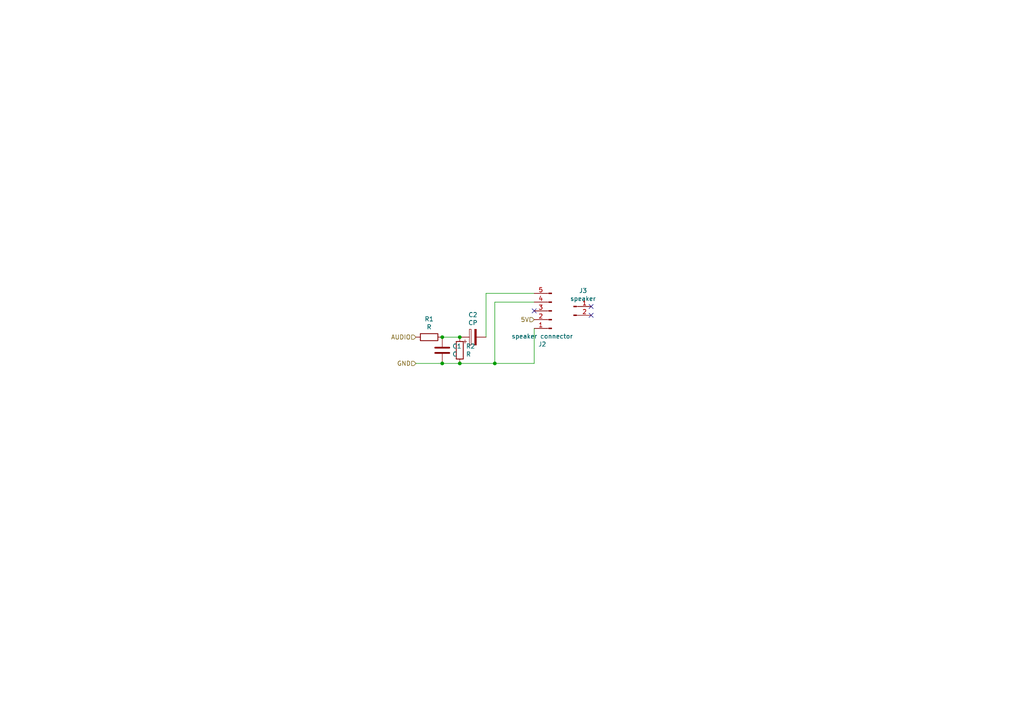
<source format=kicad_sch>
(kicad_sch (version 20211123) (generator eeschema)
  (paper "A4")
  (lib_symbols
    (symbol "Connector:Conn_01x02_Male" (pin_names (offset 1.016) hide)
      (property "Reference" "J" (at 0 2.54 0))
      (property "Value" "Conn_01x02_Male" (at 0 -5.08 0))
      (symbol "Conn_01x02_Male_1_1"
        (polyline (pts (xy 1.27 -2.54) (xy 0.8636 -2.54)) (stroke (width 0.1524)))
        (polyline (pts (xy 1.27 0) (xy 0.8636 0)) (stroke (width 0.1524)))
        (rectangle (start 0.8636 -2.413) (end 0 -2.667) (stroke (width 0.1524)) (fill (type outline)))
        (rectangle (start 0.8636 0.127) (end 0 -0.127) (stroke (width 0.1524)) (fill (type outline)))
        (pin passive line (at 5.08 0 180) (length 3.81) (name "Pin_1") (number "1"))
        (pin passive line (at 5.08 -2.54 180) (length 3.81) (name "Pin_2") (number "2"))
      )
    )
    (symbol "Connector:Conn_01x05_Male" (pin_names (offset 1.016) hide)
      (property "Reference" "J" (at 0 7.62 0))
      (property "Value" "Conn_01x05_Male" (at 0 -7.62 0))
      (symbol "Conn_01x05_Male_1_1"
        (polyline (pts (xy 1.27 -5.08) (xy 0.8636 -5.08)) (stroke (width 0.1524)))
        (polyline (pts (xy 1.27 -2.54) (xy 0.8636 -2.54)) (stroke (width 0.1524)))
        (polyline (pts (xy 1.27 0) (xy 0.8636 0)) (stroke (width 0.1524)))
        (polyline (pts (xy 1.27 2.54) (xy 0.8636 2.54)) (stroke (width 0.1524)))
        (polyline (pts (xy 1.27 5.08) (xy 0.8636 5.08)) (stroke (width 0.1524)))
        (rectangle (start 0.8636 -4.953) (end 0 -5.207) (stroke (width 0.1524)) (fill (type outline)))
        (rectangle (start 0.8636 -2.413) (end 0 -2.667) (stroke (width 0.1524)) (fill (type outline)))
        (rectangle (start 0.8636 0.127) (end 0 -0.127) (stroke (width 0.1524)) (fill (type outline)))
        (rectangle (start 0.8636 2.667) (end 0 2.413) (stroke (width 0.1524)) (fill (type outline)))
        (rectangle (start 0.8636 5.207) (end 0 4.953) (stroke (width 0.1524)) (fill (type outline)))
        (pin passive line (at 5.08 5.08 180) (length 3.81) (name "Pin_1") (number "1"))
        (pin passive line (at 5.08 2.54 180) (length 3.81) (name "Pin_2") (number "2"))
        (pin passive line (at 5.08 0 180) (length 3.81) (name "Pin_3") (number "3"))
        (pin passive line (at 5.08 -2.54 180) (length 3.81) (name "Pin_4") (number "4"))
        (pin passive line (at 5.08 -5.08 180) (length 3.81) (name "Pin_5") (number "5"))
      )
    )
    (symbol "Device:C" (pin_numbers hide) (pin_names (offset 0.254))
      (property "Reference" "C" (at 0.635 2.54 0))
      (property "Value" "C" (at 0.635 -2.54 0))
      (symbol "C_0_1"
        (polyline (pts (xy -2.032 -0.762) (xy 2.032 -0.762)) (stroke (width 0.508)))
        (polyline (pts (xy -2.032 0.762) (xy 2.032 0.762)) (stroke (width 0.508)))
      )
      (symbol "C_1_1"
        (pin passive line (at 0 3.81 270) (length 2.794) (name "~") (number "1"))
        (pin passive line (at 0 -3.81 90) (length 2.794) (name "~") (number "2"))
      )
    )
    (symbol "Device:R" (pin_numbers hide) (pin_names (offset 0))
      (property "Reference" "R" (at 2.032 0 90))
      (property "Value" "R" (at 0 0 90))
      (symbol "R_0_1"
        (rectangle (start -1.016 -2.54) (end 1.016 2.54) (stroke (width 0.254)))
      )
      (symbol "R_1_1"
        (pin passive line (at 0 3.81 270) (length 1.27) (name "~") (number "1"))
        (pin passive line (at 0 -3.81 90) (length 1.27) (name "~") (number "2"))
      )
    )
    (symbol "turret_pcb-rescue:CP-Device" (pin_numbers hide) (pin_names (offset 0.254))
      (property "Reference" "C" (at 0.635 2.54 0))
      (property "Value" "CP-Device" (at 0.635 -2.54 0))
      (symbol "CP-Device_0_1"
        (rectangle (start -2.286 0.508) (end 2.286 1.016))
        (polyline (pts (xy -1.778 2.286) (xy -0.762 2.286)))
        (polyline (pts (xy -1.27 2.794) (xy -1.27 1.778)))
        (rectangle (start 2.286 -0.508) (end -2.286 -1.016) (fill (type outline)))
      )
      (symbol "CP-Device_1_1"
        (pin passive line (at 0 3.81 270) (length 2.794) (name "~") (number "1"))
        (pin passive line (at 0 -3.81 90) (length 2.794) (name "~") (number "2"))
      )
    )
  )
  (junction (at 133.35 97.79))
  (junction (at 143.51 105.41))
  (junction (at 128.27 97.79))
  (junction (at 133.35 105.41))
  (junction (at 128.27 105.41))
  (no_connect (at 171.45 91.44))
  (no_connect (at 154.94 90.17))
  (no_connect (at 171.45 88.9))
  (wire (pts (xy 143.51 105.41) (xy 143.51 87.63)))
  (wire (pts (xy 143.51 87.63) (xy 154.94 87.63)))
  (wire (pts (xy 128.27 97.79) (xy 133.35 97.79)))
  (wire (pts (xy 140.97 85.09) (xy 154.94 85.09)))
  (wire (pts (xy 143.51 105.41) (xy 154.94 105.41)))
  (wire (pts (xy 128.27 105.41) (xy 120.65 105.41)))
  (wire (pts (xy 140.97 97.79) (xy 140.97 85.09)))
  (wire (pts (xy 133.35 105.41) (xy 128.27 105.41)))
  (wire (pts (xy 154.94 95.25) (xy 154.94 105.41)))
  (wire (pts (xy 133.35 105.41) (xy 143.51 105.41)))
  (hierarchical_label "5V" (shape input) (at 154.94 92.71 180))
  (hierarchical_label "GND" (shape input) (at 120.65 105.41 180))
  (hierarchical_label "AUDIO" (shape input) (at 120.65 97.79 180))
  (symbol (lib_id "turret_pcb-rescue:CP-Device") (at 137.16 97.79 90) (unit 1)
    (property "Reference" "C2" (at 137.16 91.313 90))
    (property "Value" "CP" (at 137.16 93.6244 90))
    (property "Footprint" "Capacitor_THT:C_Radial_D6.3mm_H5.0mm_P2.50mm" (effects hide))
  )
  (symbol (lib_id "Connector:Conn_01x02_Male") (at 166.37 88.9 0) (unit 1)
    (property "Reference" "J3" (at 169.1132 84.3026 0))
    (property "Value" "speaker" (at 169.1132 86.614 0))
    (property "Footprint" "Connector_PinHeader_2.54mm:PinHeader_1x02_P2.54mm_Vertical" (effects hide))
  )
  (symbol (lib_id "Device:C") (at 128.27 101.6 0) (unit 1)
    (property "Reference" "C1" (at 131.191 100.4316 0) (effects (justify left)))
    (property "Value" "C" (at 131.191 102.743 0) (effects (justify left)))
    (property "Footprint" "Capacitor_THT:C_Disc_D4.7mm_W2.5mm_P5.00mm" (effects hide))
  )
  (symbol (lib_id "Device:R") (at 133.35 101.6 0) (unit 1)
    (property "Reference" "R2" (at 135.128 100.4316 0) (effects (justify left)))
    (property "Value" "R" (at 135.128 102.743 0) (effects (justify left)))
    (property "Footprint" "Resistor_SMD:R_1206_3216Metric" (effects hide))
  )
  (symbol (lib_id "Device:R") (at 124.46 97.79 270) (unit 1)
    (property "Reference" "R1" (at 124.46 92.5322 90))
    (property "Value" "R" (at 124.46 94.8436 90))
    (property "Footprint" "Resistor_SMD:R_1206_3216Metric_Pad1.30x1.75mm_HandSolder" (effects hide))
  )
  (symbol (lib_id "Connector:Conn_01x05_Male") (at 160.02 90.17 180) (unit 1)
    (property "Reference" "J2" (at 157.2768 99.8474 0))
    (property "Value" "speaker connector" (at 157.2768 97.536 0))
    (property "Footprint" "Connector_PinHeader_2.54mm:PinHeader_1x05_P2.54mm_Vertical" (effects hide))
  )
)
</source>
